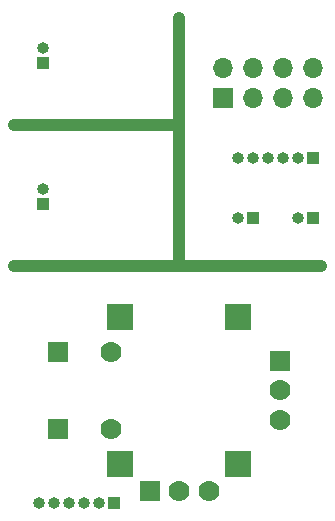
<source format=gbr>
%TF.GenerationSoftware,KiCad,Pcbnew,5.1.8-db9833491~87~ubuntu20.04.1*%
%TF.CreationDate,2020-11-15T18:33:08-08:00*%
%TF.ProjectId,inflow-controller-v0,696e666c-6f77-42d6-936f-6e74726f6c6c,rev?*%
%TF.SameCoordinates,Original*%
%TF.FileFunction,Soldermask,Bot*%
%TF.FilePolarity,Negative*%
%FSLAX46Y46*%
G04 Gerber Fmt 4.6, Leading zero omitted, Abs format (unit mm)*
G04 Created by KiCad (PCBNEW 5.1.8-db9833491~87~ubuntu20.04.1) date 2020-11-15 18:33:08*
%MOMM*%
%LPD*%
G01*
G04 APERTURE LIST*
%ADD10C,1.000000*%
%ADD11R,1.778000X1.778000*%
%ADD12C,1.778000*%
%ADD13R,2.286000X2.286000*%
%ADD14O,1.000000X1.000000*%
%ADD15R,1.000000X1.000000*%
%ADD16O,1.700000X1.700000*%
%ADD17R,1.700000X1.700000*%
G04 APERTURE END LIST*
D10*
X110000000Y-114000000D02*
X110000000Y-93500000D01*
X96000000Y-102500000D02*
X109500000Y-102500000D01*
X96000000Y-114500000D02*
X122000000Y-114500000D01*
D11*
%TO.C,X301*%
X107500000Y-133500000D03*
D12*
X110000000Y-133500000D03*
X112500000Y-133500000D03*
D13*
X115000000Y-131250000D03*
X105000000Y-131250000D03*
X105000000Y-118750000D03*
X115000000Y-118750000D03*
D12*
X118500000Y-127500000D03*
X118500000Y-125000000D03*
D11*
X118500000Y-122500000D03*
X99750000Y-128250000D03*
X99750000Y-121750000D03*
D12*
X104250000Y-128250000D03*
X104250000Y-121750000D03*
%TD*%
D14*
%TO.C,J403*%
X114970000Y-105320000D03*
X116240000Y-105320000D03*
X117510000Y-105320000D03*
X118780000Y-105320000D03*
X120050000Y-105320000D03*
D15*
X121320000Y-105320000D03*
%TD*%
D14*
%TO.C,J402*%
X114970000Y-110400000D03*
D15*
X116240000Y-110400000D03*
%TD*%
D14*
%TO.C,J401*%
X120050000Y-110400000D03*
D15*
X121320000Y-110400000D03*
%TD*%
D14*
%TO.C,J303*%
X98150000Y-134500000D03*
X99420000Y-134500000D03*
X100690000Y-134500000D03*
X101960000Y-134500000D03*
X103230000Y-134500000D03*
D15*
X104500000Y-134500000D03*
%TD*%
%TO.C,J202*%
X98500000Y-109250000D03*
D14*
X98500000Y-107980000D03*
%TD*%
%TO.C,J101*%
X98500000Y-95980000D03*
D15*
X98500000Y-97250000D03*
%TD*%
D16*
%TO.C,CN401*%
X121320000Y-97700000D03*
X121320000Y-100240000D03*
X118780000Y-97700000D03*
X118780000Y-100240000D03*
X116240000Y-97700000D03*
X116240000Y-100240000D03*
X113700000Y-97700000D03*
D17*
X113700000Y-100240000D03*
%TD*%
M02*

</source>
